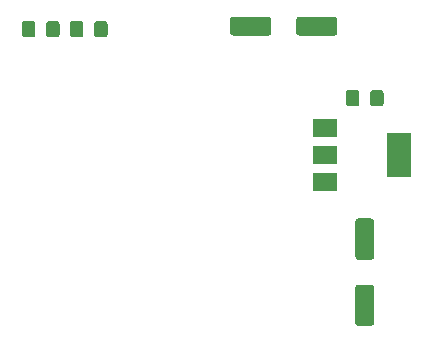
<source format=gbr>
%TF.GenerationSoftware,KiCad,Pcbnew,(5.1.12)-1*%
%TF.CreationDate,2022-03-31T08:39:47-05:00*%
%TF.ProjectId,Power_Board,506f7765-725f-4426-9f61-72642e6b6963,rev?*%
%TF.SameCoordinates,Original*%
%TF.FileFunction,Paste,Top*%
%TF.FilePolarity,Positive*%
%FSLAX46Y46*%
G04 Gerber Fmt 4.6, Leading zero omitted, Abs format (unit mm)*
G04 Created by KiCad (PCBNEW (5.1.12)-1) date 2022-03-31 08:39:47*
%MOMM*%
%LPD*%
G01*
G04 APERTURE LIST*
%ADD10R,2.000000X3.800000*%
%ADD11R,2.000000X1.500000*%
G04 APERTURE END LIST*
%TO.C,C10*%
G36*
G01*
X178493000Y-81337999D02*
X178493000Y-82238001D01*
G75*
G02*
X178243001Y-82488000I-249999J0D01*
G01*
X177592999Y-82488000D01*
G75*
G02*
X177343000Y-82238001I0J249999D01*
G01*
X177343000Y-81337999D01*
G75*
G02*
X177592999Y-81088000I249999J0D01*
G01*
X178243001Y-81088000D01*
G75*
G02*
X178493000Y-81337999I0J-249999D01*
G01*
G37*
G36*
G01*
X180543000Y-81337999D02*
X180543000Y-82238001D01*
G75*
G02*
X180293001Y-82488000I-249999J0D01*
G01*
X179642999Y-82488000D01*
G75*
G02*
X179393000Y-82238001I0J249999D01*
G01*
X179393000Y-81337999D01*
G75*
G02*
X179642999Y-81088000I249999J0D01*
G01*
X180293001Y-81088000D01*
G75*
G02*
X180543000Y-81337999I0J-249999D01*
G01*
G37*
%TD*%
D10*
%TO.C,U4*%
X181839000Y-86614000D03*
D11*
X175539000Y-86614000D03*
X175539000Y-88914000D03*
X175539000Y-84314000D03*
%TD*%
%TO.C,C9*%
G36*
G01*
X178393000Y-97570000D02*
X179493000Y-97570000D01*
G75*
G02*
X179743000Y-97820000I0J-250000D01*
G01*
X179743000Y-100820000D01*
G75*
G02*
X179493000Y-101070000I-250000J0D01*
G01*
X178393000Y-101070000D01*
G75*
G02*
X178143000Y-100820000I0J250000D01*
G01*
X178143000Y-97820000D01*
G75*
G02*
X178393000Y-97570000I250000J0D01*
G01*
G37*
G36*
G01*
X178393000Y-91970000D02*
X179493000Y-91970000D01*
G75*
G02*
X179743000Y-92220000I0J-250000D01*
G01*
X179743000Y-95220000D01*
G75*
G02*
X179493000Y-95470000I-250000J0D01*
G01*
X178393000Y-95470000D01*
G75*
G02*
X178143000Y-95220000I0J250000D01*
G01*
X178143000Y-92220000D01*
G75*
G02*
X178393000Y-91970000I250000J0D01*
G01*
G37*
%TD*%
%TO.C,D7*%
G36*
G01*
X155125000Y-75495999D02*
X155125000Y-76396001D01*
G75*
G02*
X154875001Y-76646000I-249999J0D01*
G01*
X154224999Y-76646000D01*
G75*
G02*
X153975000Y-76396001I0J249999D01*
G01*
X153975000Y-75495999D01*
G75*
G02*
X154224999Y-75246000I249999J0D01*
G01*
X154875001Y-75246000D01*
G75*
G02*
X155125000Y-75495999I0J-249999D01*
G01*
G37*
G36*
G01*
X157175000Y-75495999D02*
X157175000Y-76396001D01*
G75*
G02*
X156925001Y-76646000I-249999J0D01*
G01*
X156274999Y-76646000D01*
G75*
G02*
X156025000Y-76396001I0J249999D01*
G01*
X156025000Y-75495999D01*
G75*
G02*
X156274999Y-75246000I249999J0D01*
G01*
X156925001Y-75246000D01*
G75*
G02*
X157175000Y-75495999I0J-249999D01*
G01*
G37*
%TD*%
%TO.C,R39*%
G36*
G01*
X151061000Y-75495999D02*
X151061000Y-76396001D01*
G75*
G02*
X150811001Y-76646000I-249999J0D01*
G01*
X150160999Y-76646000D01*
G75*
G02*
X149911000Y-76396001I0J249999D01*
G01*
X149911000Y-75495999D01*
G75*
G02*
X150160999Y-75246000I249999J0D01*
G01*
X150811001Y-75246000D01*
G75*
G02*
X151061000Y-75495999I0J-249999D01*
G01*
G37*
G36*
G01*
X153111000Y-75495999D02*
X153111000Y-76396001D01*
G75*
G02*
X152861001Y-76646000I-249999J0D01*
G01*
X152210999Y-76646000D01*
G75*
G02*
X151961000Y-76396001I0J249999D01*
G01*
X151961000Y-75495999D01*
G75*
G02*
X152210999Y-75246000I249999J0D01*
G01*
X152861001Y-75246000D01*
G75*
G02*
X153111000Y-75495999I0J-249999D01*
G01*
G37*
%TD*%
%TO.C,C8*%
G36*
G01*
X167535000Y-76242000D02*
X167535000Y-75142000D01*
G75*
G02*
X167785000Y-74892000I250000J0D01*
G01*
X170785000Y-74892000D01*
G75*
G02*
X171035000Y-75142000I0J-250000D01*
G01*
X171035000Y-76242000D01*
G75*
G02*
X170785000Y-76492000I-250000J0D01*
G01*
X167785000Y-76492000D01*
G75*
G02*
X167535000Y-76242000I0J250000D01*
G01*
G37*
G36*
G01*
X173135000Y-76242000D02*
X173135000Y-75142000D01*
G75*
G02*
X173385000Y-74892000I250000J0D01*
G01*
X176385000Y-74892000D01*
G75*
G02*
X176635000Y-75142000I0J-250000D01*
G01*
X176635000Y-76242000D01*
G75*
G02*
X176385000Y-76492000I-250000J0D01*
G01*
X173385000Y-76492000D01*
G75*
G02*
X173135000Y-76242000I0J250000D01*
G01*
G37*
%TD*%
M02*

</source>
